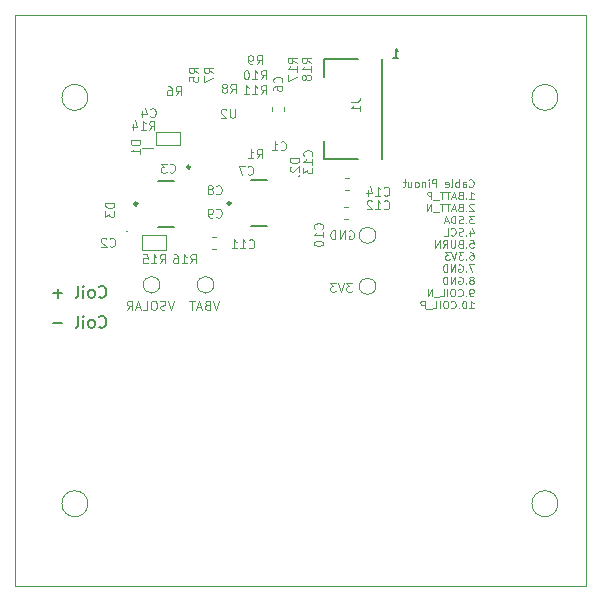
<source format=gbr>
%TF.GenerationSoftware,KiCad,Pcbnew,(5.1.4)-1*%
%TF.CreationDate,2019-12-19T17:33:09-07:00*%
%TF.ProjectId,SolarCellX_v3,536f6c61-7243-4656-9c6c-585f76332e6b,rev?*%
%TF.SameCoordinates,Original*%
%TF.FileFunction,Legend,Bot*%
%TF.FilePolarity,Positive*%
%FSLAX46Y46*%
G04 Gerber Fmt 4.6, Leading zero omitted, Abs format (unit mm)*
G04 Created by KiCad (PCBNEW (5.1.4)-1) date 2019-12-19 17:33:09*
%MOMM*%
%LPD*%
G04 APERTURE LIST*
%ADD10C,0.120000*%
%ADD11C,0.152400*%
%ADD12C,0.101600*%
%ADD13C,0.076200*%
%ADD14C,0.150000*%
%ADD15C,0.050000*%
%ADD16C,0.250000*%
%ADD17C,0.200000*%
%ADD18C,0.254000*%
%ADD19C,0.127000*%
G04 APERTURE END LIST*
D10*
X100761800Y-51282600D02*
X101676200Y-51282600D01*
D11*
X122053168Y-43651714D02*
X122488597Y-43651714D01*
X122270882Y-43651714D02*
X122270882Y-42889714D01*
X122343454Y-42998571D01*
X122416025Y-43071142D01*
X122488597Y-43107428D01*
D12*
X118570102Y-62701714D02*
X118098388Y-62701714D01*
X118352388Y-62992000D01*
X118243531Y-62992000D01*
X118170960Y-63028285D01*
X118134674Y-63064571D01*
X118098388Y-63137142D01*
X118098388Y-63318571D01*
X118134674Y-63391142D01*
X118170960Y-63427428D01*
X118243531Y-63463714D01*
X118461245Y-63463714D01*
X118533817Y-63427428D01*
X118570102Y-63391142D01*
X117880674Y-62701714D02*
X117626674Y-63463714D01*
X117372674Y-62701714D01*
X117191245Y-62701714D02*
X116719531Y-62701714D01*
X116973531Y-62992000D01*
X116864674Y-62992000D01*
X116792102Y-63028285D01*
X116755817Y-63064571D01*
X116719531Y-63137142D01*
X116719531Y-63318571D01*
X116755817Y-63391142D01*
X116792102Y-63427428D01*
X116864674Y-63463714D01*
X117082388Y-63463714D01*
X117154960Y-63427428D01*
X117191245Y-63391142D01*
X107303388Y-64225714D02*
X107049388Y-64987714D01*
X106795388Y-64225714D01*
X106287388Y-64588571D02*
X106178531Y-64624857D01*
X106142245Y-64661142D01*
X106105960Y-64733714D01*
X106105960Y-64842571D01*
X106142245Y-64915142D01*
X106178531Y-64951428D01*
X106251102Y-64987714D01*
X106541388Y-64987714D01*
X106541388Y-64225714D01*
X106287388Y-64225714D01*
X106214817Y-64262000D01*
X106178531Y-64298285D01*
X106142245Y-64370857D01*
X106142245Y-64443428D01*
X106178531Y-64516000D01*
X106214817Y-64552285D01*
X106287388Y-64588571D01*
X106541388Y-64588571D01*
X105815674Y-64770000D02*
X105452817Y-64770000D01*
X105888245Y-64987714D02*
X105634245Y-64225714D01*
X105380245Y-64987714D01*
X105235102Y-64225714D02*
X104799674Y-64225714D01*
X105017388Y-64987714D02*
X105017388Y-64225714D01*
X103493388Y-64225714D02*
X103239388Y-64987714D01*
X102985388Y-64225714D01*
X102767674Y-64951428D02*
X102658817Y-64987714D01*
X102477388Y-64987714D01*
X102404817Y-64951428D01*
X102368531Y-64915142D01*
X102332245Y-64842571D01*
X102332245Y-64770000D01*
X102368531Y-64697428D01*
X102404817Y-64661142D01*
X102477388Y-64624857D01*
X102622531Y-64588571D01*
X102695102Y-64552285D01*
X102731388Y-64516000D01*
X102767674Y-64443428D01*
X102767674Y-64370857D01*
X102731388Y-64298285D01*
X102695102Y-64262000D01*
X102622531Y-64225714D01*
X102441102Y-64225714D01*
X102332245Y-64262000D01*
X101860531Y-64225714D02*
X101715388Y-64225714D01*
X101642817Y-64262000D01*
X101570245Y-64334571D01*
X101533960Y-64479714D01*
X101533960Y-64733714D01*
X101570245Y-64878857D01*
X101642817Y-64951428D01*
X101715388Y-64987714D01*
X101860531Y-64987714D01*
X101933102Y-64951428D01*
X102005674Y-64878857D01*
X102041960Y-64733714D01*
X102041960Y-64479714D01*
X102005674Y-64334571D01*
X101933102Y-64262000D01*
X101860531Y-64225714D01*
X100844531Y-64987714D02*
X101207388Y-64987714D01*
X101207388Y-64225714D01*
X100626817Y-64770000D02*
X100263960Y-64770000D01*
X100699388Y-64987714D02*
X100445388Y-64225714D01*
X100191388Y-64987714D01*
X99501960Y-64987714D02*
X99755960Y-64624857D01*
X99937388Y-64987714D02*
X99937388Y-64225714D01*
X99647102Y-64225714D01*
X99574531Y-64262000D01*
X99538245Y-64298285D01*
X99501960Y-64370857D01*
X99501960Y-64479714D01*
X99538245Y-64552285D01*
X99574531Y-64588571D01*
X99647102Y-64624857D01*
X99937388Y-64624857D01*
X118316103Y-58293000D02*
X118388675Y-58256714D01*
X118497532Y-58256714D01*
X118606389Y-58293000D01*
X118678960Y-58365571D01*
X118715246Y-58438142D01*
X118751532Y-58583285D01*
X118751532Y-58692142D01*
X118715246Y-58837285D01*
X118678960Y-58909857D01*
X118606389Y-58982428D01*
X118497532Y-59018714D01*
X118424960Y-59018714D01*
X118316103Y-58982428D01*
X118279817Y-58946142D01*
X118279817Y-58692142D01*
X118424960Y-58692142D01*
X117953246Y-59018714D02*
X117953246Y-58256714D01*
X117517817Y-59018714D01*
X117517817Y-58256714D01*
X117154960Y-59018714D02*
X117154960Y-58256714D01*
X116973532Y-58256714D01*
X116864675Y-58293000D01*
X116792103Y-58365571D01*
X116755817Y-58438142D01*
X116719532Y-58583285D01*
X116719532Y-58692142D01*
X116755817Y-58837285D01*
X116792103Y-58909857D01*
X116864675Y-58982428D01*
X116973532Y-59018714D01*
X117154960Y-59018714D01*
D13*
X128468422Y-54519285D02*
X128498660Y-54549523D01*
X128589374Y-54579761D01*
X128649850Y-54579761D01*
X128740565Y-54549523D01*
X128801041Y-54489047D01*
X128831279Y-54428571D01*
X128861517Y-54307619D01*
X128861517Y-54216904D01*
X128831279Y-54095952D01*
X128801041Y-54035476D01*
X128740565Y-53975000D01*
X128649850Y-53944761D01*
X128589374Y-53944761D01*
X128498660Y-53975000D01*
X128468422Y-54005238D01*
X127924136Y-54579761D02*
X127924136Y-54247142D01*
X127954374Y-54186666D01*
X128014850Y-54156428D01*
X128135803Y-54156428D01*
X128196279Y-54186666D01*
X127924136Y-54549523D02*
X127984612Y-54579761D01*
X128135803Y-54579761D01*
X128196279Y-54549523D01*
X128226517Y-54489047D01*
X128226517Y-54428571D01*
X128196279Y-54368095D01*
X128135803Y-54337857D01*
X127984612Y-54337857D01*
X127924136Y-54307619D01*
X127621755Y-54579761D02*
X127621755Y-53944761D01*
X127621755Y-54186666D02*
X127561279Y-54156428D01*
X127440327Y-54156428D01*
X127379850Y-54186666D01*
X127349612Y-54216904D01*
X127319374Y-54277380D01*
X127319374Y-54458809D01*
X127349612Y-54519285D01*
X127379850Y-54549523D01*
X127440327Y-54579761D01*
X127561279Y-54579761D01*
X127621755Y-54549523D01*
X126956517Y-54579761D02*
X127016993Y-54549523D01*
X127047231Y-54489047D01*
X127047231Y-53944761D01*
X126472708Y-54549523D02*
X126533184Y-54579761D01*
X126654136Y-54579761D01*
X126714612Y-54549523D01*
X126744850Y-54489047D01*
X126744850Y-54247142D01*
X126714612Y-54186666D01*
X126654136Y-54156428D01*
X126533184Y-54156428D01*
X126472708Y-54186666D01*
X126442470Y-54247142D01*
X126442470Y-54307619D01*
X126744850Y-54368095D01*
X125686517Y-54579761D02*
X125686517Y-53944761D01*
X125444612Y-53944761D01*
X125384136Y-53975000D01*
X125353898Y-54005238D01*
X125323660Y-54065714D01*
X125323660Y-54156428D01*
X125353898Y-54216904D01*
X125384136Y-54247142D01*
X125444612Y-54277380D01*
X125686517Y-54277380D01*
X125051517Y-54579761D02*
X125051517Y-54156428D01*
X125051517Y-53944761D02*
X125081755Y-53975000D01*
X125051517Y-54005238D01*
X125021279Y-53975000D01*
X125051517Y-53944761D01*
X125051517Y-54005238D01*
X124749136Y-54156428D02*
X124749136Y-54579761D01*
X124749136Y-54216904D02*
X124718898Y-54186666D01*
X124658422Y-54156428D01*
X124567708Y-54156428D01*
X124507231Y-54186666D01*
X124476993Y-54247142D01*
X124476993Y-54579761D01*
X124083898Y-54579761D02*
X124144374Y-54549523D01*
X124174612Y-54519285D01*
X124204850Y-54458809D01*
X124204850Y-54277380D01*
X124174612Y-54216904D01*
X124144374Y-54186666D01*
X124083898Y-54156428D01*
X123993184Y-54156428D01*
X123932708Y-54186666D01*
X123902470Y-54216904D01*
X123872231Y-54277380D01*
X123872231Y-54458809D01*
X123902470Y-54519285D01*
X123932708Y-54549523D01*
X123993184Y-54579761D01*
X124083898Y-54579761D01*
X123327946Y-54156428D02*
X123327946Y-54579761D01*
X123600089Y-54156428D02*
X123600089Y-54489047D01*
X123569850Y-54549523D01*
X123509374Y-54579761D01*
X123418660Y-54579761D01*
X123358184Y-54549523D01*
X123327946Y-54519285D01*
X123116279Y-54156428D02*
X122874374Y-54156428D01*
X123025565Y-53944761D02*
X123025565Y-54489047D01*
X122995327Y-54549523D01*
X122934850Y-54579761D01*
X122874374Y-54579761D01*
X128498660Y-55608461D02*
X128861517Y-55608461D01*
X128680089Y-55608461D02*
X128680089Y-54973461D01*
X128740565Y-55064176D01*
X128801041Y-55124652D01*
X128861517Y-55154890D01*
X128226517Y-55547985D02*
X128196279Y-55578223D01*
X128226517Y-55608461D01*
X128256755Y-55578223D01*
X128226517Y-55547985D01*
X128226517Y-55608461D01*
X127712470Y-55275842D02*
X127621755Y-55306080D01*
X127591517Y-55336319D01*
X127561279Y-55396795D01*
X127561279Y-55487509D01*
X127591517Y-55547985D01*
X127621755Y-55578223D01*
X127682231Y-55608461D01*
X127924136Y-55608461D01*
X127924136Y-54973461D01*
X127712470Y-54973461D01*
X127651993Y-55003700D01*
X127621755Y-55033938D01*
X127591517Y-55094414D01*
X127591517Y-55154890D01*
X127621755Y-55215366D01*
X127651993Y-55245604D01*
X127712470Y-55275842D01*
X127924136Y-55275842D01*
X127319374Y-55427033D02*
X127016993Y-55427033D01*
X127379850Y-55608461D02*
X127168184Y-54973461D01*
X126956517Y-55608461D01*
X126835565Y-54973461D02*
X126472708Y-54973461D01*
X126654136Y-55608461D02*
X126654136Y-54973461D01*
X126351755Y-54973461D02*
X125988898Y-54973461D01*
X126170327Y-55608461D02*
X126170327Y-54973461D01*
X125928422Y-55668938D02*
X125444612Y-55668938D01*
X125293422Y-55608461D02*
X125293422Y-54973461D01*
X125051517Y-54973461D01*
X124991041Y-55003700D01*
X124960803Y-55033938D01*
X124930565Y-55094414D01*
X124930565Y-55185128D01*
X124960803Y-55245604D01*
X124991041Y-55275842D01*
X125051517Y-55306080D01*
X125293422Y-55306080D01*
X128861517Y-56062638D02*
X128831279Y-56032400D01*
X128770803Y-56002161D01*
X128619612Y-56002161D01*
X128559136Y-56032400D01*
X128528898Y-56062638D01*
X128498660Y-56123114D01*
X128498660Y-56183590D01*
X128528898Y-56274304D01*
X128891755Y-56637161D01*
X128498660Y-56637161D01*
X128226517Y-56576685D02*
X128196279Y-56606923D01*
X128226517Y-56637161D01*
X128256755Y-56606923D01*
X128226517Y-56576685D01*
X128226517Y-56637161D01*
X127712470Y-56304542D02*
X127621755Y-56334780D01*
X127591517Y-56365019D01*
X127561279Y-56425495D01*
X127561279Y-56516209D01*
X127591517Y-56576685D01*
X127621755Y-56606923D01*
X127682231Y-56637161D01*
X127924136Y-56637161D01*
X127924136Y-56002161D01*
X127712470Y-56002161D01*
X127651993Y-56032400D01*
X127621755Y-56062638D01*
X127591517Y-56123114D01*
X127591517Y-56183590D01*
X127621755Y-56244066D01*
X127651993Y-56274304D01*
X127712470Y-56304542D01*
X127924136Y-56304542D01*
X127319374Y-56455733D02*
X127016993Y-56455733D01*
X127379850Y-56637161D02*
X127168184Y-56002161D01*
X126956517Y-56637161D01*
X126835565Y-56002161D02*
X126472708Y-56002161D01*
X126654136Y-56637161D02*
X126654136Y-56002161D01*
X126351755Y-56002161D02*
X125988898Y-56002161D01*
X126170327Y-56637161D02*
X126170327Y-56002161D01*
X125928422Y-56697638D02*
X125444612Y-56697638D01*
X125293422Y-56637161D02*
X125293422Y-56002161D01*
X124930565Y-56637161D01*
X124930565Y-56002161D01*
X128891755Y-57030861D02*
X128498660Y-57030861D01*
X128710327Y-57272766D01*
X128619612Y-57272766D01*
X128559136Y-57303004D01*
X128528898Y-57333242D01*
X128498660Y-57393719D01*
X128498660Y-57544909D01*
X128528898Y-57605385D01*
X128559136Y-57635623D01*
X128619612Y-57665861D01*
X128801041Y-57665861D01*
X128861517Y-57635623D01*
X128891755Y-57605385D01*
X128226517Y-57605385D02*
X128196279Y-57635623D01*
X128226517Y-57665861D01*
X128256755Y-57635623D01*
X128226517Y-57605385D01*
X128226517Y-57665861D01*
X127954374Y-57635623D02*
X127863660Y-57665861D01*
X127712470Y-57665861D01*
X127651993Y-57635623D01*
X127621755Y-57605385D01*
X127591517Y-57544909D01*
X127591517Y-57484433D01*
X127621755Y-57423957D01*
X127651993Y-57393719D01*
X127712470Y-57363480D01*
X127833422Y-57333242D01*
X127893898Y-57303004D01*
X127924136Y-57272766D01*
X127954374Y-57212290D01*
X127954374Y-57151814D01*
X127924136Y-57091338D01*
X127893898Y-57061100D01*
X127833422Y-57030861D01*
X127682231Y-57030861D01*
X127591517Y-57061100D01*
X127319374Y-57665861D02*
X127319374Y-57030861D01*
X127168184Y-57030861D01*
X127077470Y-57061100D01*
X127016993Y-57121576D01*
X126986755Y-57182052D01*
X126956517Y-57303004D01*
X126956517Y-57393719D01*
X126986755Y-57514671D01*
X127016993Y-57575147D01*
X127077470Y-57635623D01*
X127168184Y-57665861D01*
X127319374Y-57665861D01*
X126714612Y-57484433D02*
X126412231Y-57484433D01*
X126775089Y-57665861D02*
X126563422Y-57030861D01*
X126351755Y-57665861D01*
X128559136Y-58271228D02*
X128559136Y-58694561D01*
X128710327Y-58029323D02*
X128861517Y-58482895D01*
X128468422Y-58482895D01*
X128226517Y-58634085D02*
X128196279Y-58664323D01*
X128226517Y-58694561D01*
X128256755Y-58664323D01*
X128226517Y-58634085D01*
X128226517Y-58694561D01*
X127954374Y-58664323D02*
X127863660Y-58694561D01*
X127712470Y-58694561D01*
X127651993Y-58664323D01*
X127621755Y-58634085D01*
X127591517Y-58573609D01*
X127591517Y-58513133D01*
X127621755Y-58452657D01*
X127651993Y-58422419D01*
X127712470Y-58392180D01*
X127833422Y-58361942D01*
X127893898Y-58331704D01*
X127924136Y-58301466D01*
X127954374Y-58240990D01*
X127954374Y-58180514D01*
X127924136Y-58120038D01*
X127893898Y-58089800D01*
X127833422Y-58059561D01*
X127682231Y-58059561D01*
X127591517Y-58089800D01*
X126956517Y-58634085D02*
X126986755Y-58664323D01*
X127077469Y-58694561D01*
X127137946Y-58694561D01*
X127228660Y-58664323D01*
X127289136Y-58603847D01*
X127319374Y-58543371D01*
X127349612Y-58422419D01*
X127349612Y-58331704D01*
X127319374Y-58210752D01*
X127289136Y-58150276D01*
X127228660Y-58089800D01*
X127137946Y-58059561D01*
X127077469Y-58059561D01*
X126986755Y-58089800D01*
X126956517Y-58120038D01*
X126381993Y-58694561D02*
X126684374Y-58694561D01*
X126684374Y-58059561D01*
X128528898Y-59088261D02*
X128831279Y-59088261D01*
X128861517Y-59390642D01*
X128831279Y-59360404D01*
X128770803Y-59330166D01*
X128619612Y-59330166D01*
X128559136Y-59360404D01*
X128528898Y-59390642D01*
X128498660Y-59451119D01*
X128498660Y-59602309D01*
X128528898Y-59662785D01*
X128559136Y-59693023D01*
X128619612Y-59723261D01*
X128770803Y-59723261D01*
X128831279Y-59693023D01*
X128861517Y-59662785D01*
X128226517Y-59662785D02*
X128196279Y-59693023D01*
X128226517Y-59723261D01*
X128256755Y-59693023D01*
X128226517Y-59662785D01*
X128226517Y-59723261D01*
X127712470Y-59390642D02*
X127621755Y-59420880D01*
X127591517Y-59451119D01*
X127561279Y-59511595D01*
X127561279Y-59602309D01*
X127591517Y-59662785D01*
X127621755Y-59693023D01*
X127682231Y-59723261D01*
X127924136Y-59723261D01*
X127924136Y-59088261D01*
X127712470Y-59088261D01*
X127651993Y-59118500D01*
X127621755Y-59148738D01*
X127591517Y-59209214D01*
X127591517Y-59269690D01*
X127621755Y-59330166D01*
X127651993Y-59360404D01*
X127712470Y-59390642D01*
X127924136Y-59390642D01*
X127289136Y-59088261D02*
X127289136Y-59602309D01*
X127258898Y-59662785D01*
X127228660Y-59693023D01*
X127168184Y-59723261D01*
X127047231Y-59723261D01*
X126986755Y-59693023D01*
X126956517Y-59662785D01*
X126926279Y-59602309D01*
X126926279Y-59088261D01*
X126261041Y-59723261D02*
X126472708Y-59420880D01*
X126623898Y-59723261D02*
X126623898Y-59088261D01*
X126381993Y-59088261D01*
X126321517Y-59118500D01*
X126291279Y-59148738D01*
X126261041Y-59209214D01*
X126261041Y-59299928D01*
X126291279Y-59360404D01*
X126321517Y-59390642D01*
X126381993Y-59420880D01*
X126623898Y-59420880D01*
X125988898Y-59723261D02*
X125988898Y-59088261D01*
X125626041Y-59723261D01*
X125626041Y-59088261D01*
X128559136Y-60116961D02*
X128680089Y-60116961D01*
X128740565Y-60147200D01*
X128770803Y-60177438D01*
X128831279Y-60268152D01*
X128861517Y-60389104D01*
X128861517Y-60631009D01*
X128831279Y-60691485D01*
X128801041Y-60721723D01*
X128740565Y-60751961D01*
X128619612Y-60751961D01*
X128559136Y-60721723D01*
X128528898Y-60691485D01*
X128498660Y-60631009D01*
X128498660Y-60479819D01*
X128528898Y-60419342D01*
X128559136Y-60389104D01*
X128619612Y-60358866D01*
X128740565Y-60358866D01*
X128801041Y-60389104D01*
X128831279Y-60419342D01*
X128861517Y-60479819D01*
X128226517Y-60691485D02*
X128196279Y-60721723D01*
X128226517Y-60751961D01*
X128256755Y-60721723D01*
X128226517Y-60691485D01*
X128226517Y-60751961D01*
X127984612Y-60116961D02*
X127591517Y-60116961D01*
X127803184Y-60358866D01*
X127712470Y-60358866D01*
X127651993Y-60389104D01*
X127621755Y-60419342D01*
X127591517Y-60479819D01*
X127591517Y-60631009D01*
X127621755Y-60691485D01*
X127651993Y-60721723D01*
X127712470Y-60751961D01*
X127893898Y-60751961D01*
X127954374Y-60721723D01*
X127984612Y-60691485D01*
X127410089Y-60116961D02*
X127198422Y-60751961D01*
X126986755Y-60116961D01*
X126835565Y-60116961D02*
X126442469Y-60116961D01*
X126654136Y-60358866D01*
X126563422Y-60358866D01*
X126502946Y-60389104D01*
X126472708Y-60419342D01*
X126442469Y-60479819D01*
X126442469Y-60631009D01*
X126472708Y-60691485D01*
X126502946Y-60721723D01*
X126563422Y-60751961D01*
X126744850Y-60751961D01*
X126805327Y-60721723D01*
X126835565Y-60691485D01*
X128891755Y-61145661D02*
X128468422Y-61145661D01*
X128740565Y-61780661D01*
X128226517Y-61720185D02*
X128196279Y-61750423D01*
X128226517Y-61780661D01*
X128256755Y-61750423D01*
X128226517Y-61720185D01*
X128226517Y-61780661D01*
X127591517Y-61175900D02*
X127651993Y-61145661D01*
X127742708Y-61145661D01*
X127833422Y-61175900D01*
X127893898Y-61236376D01*
X127924136Y-61296852D01*
X127954374Y-61417804D01*
X127954374Y-61508519D01*
X127924136Y-61629471D01*
X127893898Y-61689947D01*
X127833422Y-61750423D01*
X127742708Y-61780661D01*
X127682231Y-61780661D01*
X127591517Y-61750423D01*
X127561279Y-61720185D01*
X127561279Y-61508519D01*
X127682231Y-61508519D01*
X127289136Y-61780661D02*
X127289136Y-61145661D01*
X126926279Y-61780661D01*
X126926279Y-61145661D01*
X126623898Y-61780661D02*
X126623898Y-61145661D01*
X126472708Y-61145661D01*
X126381993Y-61175900D01*
X126321517Y-61236376D01*
X126291279Y-61296852D01*
X126261041Y-61417804D01*
X126261041Y-61508519D01*
X126291279Y-61629471D01*
X126321517Y-61689947D01*
X126381993Y-61750423D01*
X126472708Y-61780661D01*
X126623898Y-61780661D01*
X128740565Y-62446504D02*
X128801041Y-62416266D01*
X128831279Y-62386028D01*
X128861517Y-62325552D01*
X128861517Y-62295314D01*
X128831279Y-62234838D01*
X128801041Y-62204600D01*
X128740565Y-62174361D01*
X128619612Y-62174361D01*
X128559136Y-62204600D01*
X128528898Y-62234838D01*
X128498660Y-62295314D01*
X128498660Y-62325552D01*
X128528898Y-62386028D01*
X128559136Y-62416266D01*
X128619612Y-62446504D01*
X128740565Y-62446504D01*
X128801041Y-62476742D01*
X128831279Y-62506980D01*
X128861517Y-62567457D01*
X128861517Y-62688409D01*
X128831279Y-62748885D01*
X128801041Y-62779123D01*
X128740565Y-62809361D01*
X128619612Y-62809361D01*
X128559136Y-62779123D01*
X128528898Y-62748885D01*
X128498660Y-62688409D01*
X128498660Y-62567457D01*
X128528898Y-62506980D01*
X128559136Y-62476742D01*
X128619612Y-62446504D01*
X128226517Y-62748885D02*
X128196279Y-62779123D01*
X128226517Y-62809361D01*
X128256755Y-62779123D01*
X128226517Y-62748885D01*
X128226517Y-62809361D01*
X127591517Y-62204600D02*
X127651993Y-62174361D01*
X127742708Y-62174361D01*
X127833422Y-62204600D01*
X127893898Y-62265076D01*
X127924136Y-62325552D01*
X127954374Y-62446504D01*
X127954374Y-62537219D01*
X127924136Y-62658171D01*
X127893898Y-62718647D01*
X127833422Y-62779123D01*
X127742708Y-62809361D01*
X127682231Y-62809361D01*
X127591517Y-62779123D01*
X127561279Y-62748885D01*
X127561279Y-62537219D01*
X127682231Y-62537219D01*
X127289136Y-62809361D02*
X127289136Y-62174361D01*
X126926279Y-62809361D01*
X126926279Y-62174361D01*
X126623898Y-62809361D02*
X126623898Y-62174361D01*
X126472708Y-62174361D01*
X126381993Y-62204600D01*
X126321517Y-62265076D01*
X126291279Y-62325552D01*
X126261041Y-62446504D01*
X126261041Y-62537219D01*
X126291279Y-62658171D01*
X126321517Y-62718647D01*
X126381993Y-62779123D01*
X126472708Y-62809361D01*
X126623898Y-62809361D01*
X128801041Y-63838061D02*
X128680089Y-63838061D01*
X128619612Y-63807823D01*
X128589374Y-63777585D01*
X128528898Y-63686871D01*
X128498660Y-63565919D01*
X128498660Y-63324014D01*
X128528898Y-63263538D01*
X128559136Y-63233300D01*
X128619612Y-63203061D01*
X128740565Y-63203061D01*
X128801041Y-63233300D01*
X128831279Y-63263538D01*
X128861517Y-63324014D01*
X128861517Y-63475204D01*
X128831279Y-63535680D01*
X128801041Y-63565919D01*
X128740565Y-63596157D01*
X128619612Y-63596157D01*
X128559136Y-63565919D01*
X128528898Y-63535680D01*
X128498660Y-63475204D01*
X128226517Y-63777585D02*
X128196279Y-63807823D01*
X128226517Y-63838061D01*
X128256755Y-63807823D01*
X128226517Y-63777585D01*
X128226517Y-63838061D01*
X127561279Y-63777585D02*
X127591517Y-63807823D01*
X127682231Y-63838061D01*
X127742708Y-63838061D01*
X127833422Y-63807823D01*
X127893898Y-63747347D01*
X127924136Y-63686871D01*
X127954374Y-63565919D01*
X127954374Y-63475204D01*
X127924136Y-63354252D01*
X127893898Y-63293776D01*
X127833422Y-63233300D01*
X127742708Y-63203061D01*
X127682231Y-63203061D01*
X127591517Y-63233300D01*
X127561279Y-63263538D01*
X127168184Y-63203061D02*
X127047231Y-63203061D01*
X126986755Y-63233300D01*
X126926279Y-63293776D01*
X126896041Y-63414728D01*
X126896041Y-63626395D01*
X126926279Y-63747347D01*
X126986755Y-63807823D01*
X127047231Y-63838061D01*
X127168184Y-63838061D01*
X127228660Y-63807823D01*
X127289136Y-63747347D01*
X127319374Y-63626395D01*
X127319374Y-63414728D01*
X127289136Y-63293776D01*
X127228660Y-63233300D01*
X127168184Y-63203061D01*
X126623898Y-63838061D02*
X126623898Y-63203061D01*
X126019136Y-63838061D02*
X126321517Y-63838061D01*
X126321517Y-63203061D01*
X125958660Y-63898538D02*
X125474850Y-63898538D01*
X125323660Y-63838061D02*
X125323660Y-63203061D01*
X124960803Y-63838061D01*
X124960803Y-63203061D01*
X128498660Y-64866761D02*
X128861517Y-64866761D01*
X128680089Y-64866761D02*
X128680089Y-64231761D01*
X128740565Y-64322476D01*
X128801041Y-64382952D01*
X128861517Y-64413190D01*
X128105565Y-64231761D02*
X128045089Y-64231761D01*
X127984612Y-64262000D01*
X127954374Y-64292238D01*
X127924136Y-64352714D01*
X127893898Y-64473666D01*
X127893898Y-64624857D01*
X127924136Y-64745809D01*
X127954374Y-64806285D01*
X127984612Y-64836523D01*
X128045089Y-64866761D01*
X128105565Y-64866761D01*
X128166041Y-64836523D01*
X128196279Y-64806285D01*
X128226517Y-64745809D01*
X128256755Y-64624857D01*
X128256755Y-64473666D01*
X128226517Y-64352714D01*
X128196279Y-64292238D01*
X128166041Y-64262000D01*
X128105565Y-64231761D01*
X127621755Y-64806285D02*
X127591517Y-64836523D01*
X127621755Y-64866761D01*
X127651993Y-64836523D01*
X127621755Y-64806285D01*
X127621755Y-64866761D01*
X126956517Y-64806285D02*
X126986755Y-64836523D01*
X127077470Y-64866761D01*
X127137946Y-64866761D01*
X127228660Y-64836523D01*
X127289136Y-64776047D01*
X127319374Y-64715571D01*
X127349612Y-64594619D01*
X127349612Y-64503904D01*
X127319374Y-64382952D01*
X127289136Y-64322476D01*
X127228660Y-64262000D01*
X127137946Y-64231761D01*
X127077470Y-64231761D01*
X126986755Y-64262000D01*
X126956517Y-64292238D01*
X126563422Y-64231761D02*
X126442470Y-64231761D01*
X126381993Y-64262000D01*
X126321517Y-64322476D01*
X126291279Y-64443428D01*
X126291279Y-64655095D01*
X126321517Y-64776047D01*
X126381993Y-64836523D01*
X126442470Y-64866761D01*
X126563422Y-64866761D01*
X126623898Y-64836523D01*
X126684374Y-64776047D01*
X126714612Y-64655095D01*
X126714612Y-64443428D01*
X126684374Y-64322476D01*
X126623898Y-64262000D01*
X126563422Y-64231761D01*
X126019136Y-64866761D02*
X126019136Y-64231761D01*
X125414374Y-64866761D02*
X125716755Y-64866761D01*
X125716755Y-64231761D01*
X125353898Y-64927238D02*
X124870089Y-64927238D01*
X124718898Y-64866761D02*
X124718898Y-64231761D01*
X124476993Y-64231761D01*
X124416517Y-64262000D01*
X124386279Y-64292238D01*
X124356041Y-64352714D01*
X124356041Y-64443428D01*
X124386279Y-64503904D01*
X124416517Y-64534142D01*
X124476993Y-64564380D01*
X124718898Y-64564380D01*
D10*
X104013000Y-51054000D02*
X101981000Y-51054000D01*
X104013000Y-49911000D02*
X104013000Y-51054000D01*
X101981000Y-49911000D02*
X104013000Y-49911000D01*
X101981000Y-51054000D02*
X101981000Y-49911000D01*
X102806500Y-59880500D02*
X100774500Y-59880500D01*
X102806500Y-58674000D02*
X102806500Y-59880500D01*
X100774500Y-58674000D02*
X102806500Y-58674000D01*
X100774500Y-59880500D02*
X100774500Y-58674000D01*
D14*
X97146857Y-66397142D02*
X97194476Y-66444761D01*
X97337333Y-66492380D01*
X97432571Y-66492380D01*
X97575428Y-66444761D01*
X97670666Y-66349523D01*
X97718285Y-66254285D01*
X97765904Y-66063809D01*
X97765904Y-65920952D01*
X97718285Y-65730476D01*
X97670666Y-65635238D01*
X97575428Y-65540000D01*
X97432571Y-65492380D01*
X97337333Y-65492380D01*
X97194476Y-65540000D01*
X97146857Y-65587619D01*
X96575428Y-66492380D02*
X96670666Y-66444761D01*
X96718285Y-66397142D01*
X96765904Y-66301904D01*
X96765904Y-66016190D01*
X96718285Y-65920952D01*
X96670666Y-65873333D01*
X96575428Y-65825714D01*
X96432571Y-65825714D01*
X96337333Y-65873333D01*
X96289714Y-65920952D01*
X96242095Y-66016190D01*
X96242095Y-66301904D01*
X96289714Y-66397142D01*
X96337333Y-66444761D01*
X96432571Y-66492380D01*
X96575428Y-66492380D01*
X95813523Y-66492380D02*
X95813523Y-65825714D01*
X95813523Y-65492380D02*
X95861142Y-65540000D01*
X95813523Y-65587619D01*
X95765904Y-65540000D01*
X95813523Y-65492380D01*
X95813523Y-65587619D01*
X95194476Y-66492380D02*
X95289714Y-66444761D01*
X95337333Y-66349523D01*
X95337333Y-65492380D01*
X94051619Y-66111428D02*
X93289714Y-66111428D01*
X97146857Y-63857142D02*
X97194476Y-63904761D01*
X97337333Y-63952380D01*
X97432571Y-63952380D01*
X97575428Y-63904761D01*
X97670666Y-63809523D01*
X97718285Y-63714285D01*
X97765904Y-63523809D01*
X97765904Y-63380952D01*
X97718285Y-63190476D01*
X97670666Y-63095238D01*
X97575428Y-63000000D01*
X97432571Y-62952380D01*
X97337333Y-62952380D01*
X97194476Y-63000000D01*
X97146857Y-63047619D01*
X96575428Y-63952380D02*
X96670666Y-63904761D01*
X96718285Y-63857142D01*
X96765904Y-63761904D01*
X96765904Y-63476190D01*
X96718285Y-63380952D01*
X96670666Y-63333333D01*
X96575428Y-63285714D01*
X96432571Y-63285714D01*
X96337333Y-63333333D01*
X96289714Y-63380952D01*
X96242095Y-63476190D01*
X96242095Y-63761904D01*
X96289714Y-63857142D01*
X96337333Y-63904761D01*
X96432571Y-63952380D01*
X96575428Y-63952380D01*
X95813523Y-63952380D02*
X95813523Y-63285714D01*
X95813523Y-62952380D02*
X95861142Y-63000000D01*
X95813523Y-63047619D01*
X95765904Y-63000000D01*
X95813523Y-62952380D01*
X95813523Y-63047619D01*
X95194476Y-63952380D02*
X95289714Y-63904761D01*
X95337333Y-63809523D01*
X95337333Y-62952380D01*
X94051619Y-63571428D02*
X93289714Y-63571428D01*
X93670666Y-63952380D02*
X93670666Y-63190476D01*
D15*
X96200000Y-47000000D02*
G75*
G03X96200000Y-47000000I-1100000J0D01*
G01*
X96200000Y-81400000D02*
G75*
G03X96200000Y-81400000I-1100000J0D01*
G01*
X136000000Y-81400000D02*
G75*
G03X136000000Y-81400000I-1100000J0D01*
G01*
X136000000Y-47000000D02*
G75*
G03X136000000Y-47000000I-1100000J0D01*
G01*
X90000000Y-88400000D02*
X138400000Y-88400000D01*
X90000000Y-88400000D02*
X90000000Y-40000000D01*
X138400000Y-40000000D02*
X138400000Y-88400000D01*
X90000000Y-40000000D02*
X138400000Y-40000000D01*
D10*
X102300000Y-62865000D02*
G75*
G03X102300000Y-62865000I-700000J0D01*
G01*
X106872000Y-62865000D02*
G75*
G03X106872000Y-62865000I-700000J0D01*
G01*
X120588000Y-58674000D02*
G75*
G03X120588000Y-58674000I-700000J0D01*
G01*
X120588000Y-62992000D02*
G75*
G03X120588000Y-62992000I-700000J0D01*
G01*
X111758000Y-47843221D02*
X111758000Y-48168779D01*
X112778000Y-47843221D02*
X112778000Y-48168779D01*
X118010721Y-53846000D02*
X118336279Y-53846000D01*
X118010721Y-54866000D02*
X118336279Y-54866000D01*
D16*
X104868660Y-52894656D02*
G75*
G03X104868660Y-52894656I-125000J0D01*
G01*
D17*
X99549500Y-58346000D02*
G75*
G03X99549500Y-58346000I-19000J0D01*
G01*
X114102500Y-53668000D02*
G75*
G03X114102500Y-53668000I-19000J0D01*
G01*
X121085000Y-43756000D02*
X121085000Y-52256000D01*
X116205000Y-43756000D02*
X119055000Y-43756000D01*
X116205000Y-52256000D02*
X119055000Y-52256000D01*
X116205000Y-43756000D02*
X116205000Y-45306000D01*
X116205000Y-52256000D02*
X116205000Y-50706000D01*
D10*
X117883721Y-56259000D02*
X118209279Y-56259000D01*
X117883721Y-57279000D02*
X118209279Y-57279000D01*
D18*
X108282740Y-55973980D02*
G75*
G03X108282740Y-55973980I-127000J0D01*
G01*
D19*
X111375190Y-57923430D02*
X110016290Y-57923430D01*
X110016290Y-54024530D02*
X111375190Y-54024530D01*
D18*
X100393500Y-56007000D02*
G75*
G03X100393500Y-56007000I-127000J0D01*
G01*
D19*
X103485950Y-57956450D02*
X102127050Y-57956450D01*
X102127050Y-54057550D02*
X103485950Y-54057550D01*
D10*
X106707721Y-58799000D02*
X107033279Y-58799000D01*
X106707721Y-59819000D02*
X107033279Y-59819000D01*
D12*
X112603642Y-45720000D02*
X112639928Y-45683714D01*
X112676214Y-45574857D01*
X112676214Y-45502285D01*
X112639928Y-45393428D01*
X112567357Y-45320857D01*
X112494785Y-45284571D01*
X112349642Y-45248285D01*
X112240785Y-45248285D01*
X112095642Y-45284571D01*
X112023071Y-45320857D01*
X111950500Y-45393428D01*
X111914214Y-45502285D01*
X111914214Y-45574857D01*
X111950500Y-45683714D01*
X111986785Y-45720000D01*
X111914214Y-46373142D02*
X111914214Y-46228000D01*
X111950500Y-46155428D01*
X111986785Y-46119142D01*
X112095642Y-46046571D01*
X112240785Y-46010285D01*
X112531071Y-46010285D01*
X112603642Y-46046571D01*
X112639928Y-46082857D01*
X112676214Y-46155428D01*
X112676214Y-46300571D01*
X112639928Y-46373142D01*
X112603642Y-46409428D01*
X112531071Y-46445714D01*
X112349642Y-46445714D01*
X112277071Y-46409428D01*
X112240785Y-46373142D01*
X112204500Y-46300571D01*
X112204500Y-46155428D01*
X112240785Y-46082857D01*
X112277071Y-46046571D01*
X112349642Y-46010285D01*
X107061000Y-57104642D02*
X107097285Y-57140928D01*
X107206142Y-57177214D01*
X107278714Y-57177214D01*
X107387571Y-57140928D01*
X107460142Y-57068357D01*
X107496428Y-56995785D01*
X107532714Y-56850642D01*
X107532714Y-56741785D01*
X107496428Y-56596642D01*
X107460142Y-56524071D01*
X107387571Y-56451500D01*
X107278714Y-56415214D01*
X107206142Y-56415214D01*
X107097285Y-56451500D01*
X107061000Y-56487785D01*
X106698142Y-57177214D02*
X106553000Y-57177214D01*
X106480428Y-57140928D01*
X106444142Y-57104642D01*
X106371571Y-56995785D01*
X106335285Y-56850642D01*
X106335285Y-56560357D01*
X106371571Y-56487785D01*
X106407857Y-56451500D01*
X106480428Y-56415214D01*
X106625571Y-56415214D01*
X106698142Y-56451500D01*
X106734428Y-56487785D01*
X106770714Y-56560357D01*
X106770714Y-56741785D01*
X106734428Y-56814357D01*
X106698142Y-56850642D01*
X106625571Y-56886928D01*
X106480428Y-56886928D01*
X106407857Y-56850642D01*
X106371571Y-56814357D01*
X106335285Y-56741785D01*
X121266857Y-55263142D02*
X121303142Y-55299428D01*
X121412000Y-55335714D01*
X121484571Y-55335714D01*
X121593428Y-55299428D01*
X121666000Y-55226857D01*
X121702285Y-55154285D01*
X121738571Y-55009142D01*
X121738571Y-54900285D01*
X121702285Y-54755142D01*
X121666000Y-54682571D01*
X121593428Y-54610000D01*
X121484571Y-54573714D01*
X121412000Y-54573714D01*
X121303142Y-54610000D01*
X121266857Y-54646285D01*
X120541142Y-55335714D02*
X120976571Y-55335714D01*
X120758857Y-55335714D02*
X120758857Y-54573714D01*
X120831428Y-54682571D01*
X120904000Y-54755142D01*
X120976571Y-54791428D01*
X119888000Y-54827714D02*
X119888000Y-55335714D01*
X120069428Y-54537428D02*
X120250857Y-55081714D01*
X119779142Y-55081714D01*
X100611214Y-50634174D02*
X99849214Y-50634174D01*
X99849214Y-50815602D01*
X99885500Y-50924460D01*
X99958071Y-50997031D01*
X100030642Y-51033317D01*
X100175785Y-51069602D01*
X100284642Y-51069602D01*
X100429785Y-51033317D01*
X100502357Y-50997031D01*
X100574928Y-50924460D01*
X100611214Y-50815602D01*
X100611214Y-50634174D01*
X100611214Y-51795317D02*
X100611214Y-51359888D01*
X100611214Y-51577602D02*
X99849214Y-51577602D01*
X99958071Y-51505031D01*
X100030642Y-51432460D01*
X100066928Y-51359888D01*
X108657571Y-47969714D02*
X108657571Y-48586571D01*
X108621285Y-48659142D01*
X108585000Y-48695428D01*
X108512428Y-48731714D01*
X108367285Y-48731714D01*
X108294714Y-48695428D01*
X108258428Y-48659142D01*
X108222142Y-48586571D01*
X108222142Y-47969714D01*
X107895571Y-48042285D02*
X107859285Y-48006000D01*
X107786714Y-47969714D01*
X107605285Y-47969714D01*
X107532714Y-48006000D01*
X107496428Y-48042285D01*
X107460142Y-48114857D01*
X107460142Y-48187428D01*
X107496428Y-48296285D01*
X107931857Y-48731714D01*
X107460142Y-48731714D01*
X98452214Y-55952571D02*
X97690214Y-55952571D01*
X97690214Y-56134000D01*
X97726500Y-56242857D01*
X97799071Y-56315428D01*
X97871642Y-56351714D01*
X98016785Y-56388000D01*
X98125642Y-56388000D01*
X98270785Y-56351714D01*
X98343357Y-56315428D01*
X98415928Y-56242857D01*
X98452214Y-56134000D01*
X98452214Y-55952571D01*
X97690214Y-56642000D02*
X97690214Y-57113714D01*
X97980500Y-56859714D01*
X97980500Y-56968571D01*
X98016785Y-57041142D01*
X98053071Y-57077428D01*
X98125642Y-57113714D01*
X98307071Y-57113714D01*
X98379642Y-57077428D01*
X98415928Y-57041142D01*
X98452214Y-56968571D01*
X98452214Y-56750857D01*
X98415928Y-56678285D01*
X98379642Y-56642000D01*
X114073214Y-52142571D02*
X113311214Y-52142571D01*
X113311214Y-52324000D01*
X113347500Y-52432857D01*
X113420071Y-52505428D01*
X113492642Y-52541714D01*
X113637785Y-52578000D01*
X113746642Y-52578000D01*
X113891785Y-52541714D01*
X113964357Y-52505428D01*
X114036928Y-52432857D01*
X114073214Y-52324000D01*
X114073214Y-52142571D01*
X113383785Y-52868285D02*
X113347500Y-52904571D01*
X113311214Y-52977142D01*
X113311214Y-53158571D01*
X113347500Y-53231142D01*
X113383785Y-53267428D01*
X113456357Y-53303714D01*
X113528928Y-53303714D01*
X113637785Y-53267428D01*
X114073214Y-52832000D01*
X114073214Y-53303714D01*
X103632000Y-46826714D02*
X103886000Y-46463857D01*
X104067428Y-46826714D02*
X104067428Y-46064714D01*
X103777142Y-46064714D01*
X103704571Y-46101000D01*
X103668285Y-46137285D01*
X103632000Y-46209857D01*
X103632000Y-46318714D01*
X103668285Y-46391285D01*
X103704571Y-46427571D01*
X103777142Y-46463857D01*
X104067428Y-46463857D01*
X102978857Y-46064714D02*
X103124000Y-46064714D01*
X103196571Y-46101000D01*
X103232857Y-46137285D01*
X103305428Y-46246142D01*
X103341714Y-46391285D01*
X103341714Y-46681571D01*
X103305428Y-46754142D01*
X103269142Y-46790428D01*
X103196571Y-46826714D01*
X103051428Y-46826714D01*
X102978857Y-46790428D01*
X102942571Y-46754142D01*
X102906285Y-46681571D01*
X102906285Y-46500142D01*
X102942571Y-46427571D01*
X102978857Y-46391285D01*
X103051428Y-46355000D01*
X103196571Y-46355000D01*
X103269142Y-46391285D01*
X103305428Y-46427571D01*
X103341714Y-46500142D01*
X105564214Y-44958000D02*
X105201357Y-44704000D01*
X105564214Y-44522571D02*
X104802214Y-44522571D01*
X104802214Y-44812857D01*
X104838500Y-44885428D01*
X104874785Y-44921714D01*
X104947357Y-44958000D01*
X105056214Y-44958000D01*
X105128785Y-44921714D01*
X105165071Y-44885428D01*
X105201357Y-44812857D01*
X105201357Y-44522571D01*
X104802214Y-45647428D02*
X104802214Y-45284571D01*
X105165071Y-45248285D01*
X105128785Y-45284571D01*
X105092500Y-45357142D01*
X105092500Y-45538571D01*
X105128785Y-45611142D01*
X105165071Y-45647428D01*
X105237642Y-45683714D01*
X105419071Y-45683714D01*
X105491642Y-45647428D01*
X105527928Y-45611142D01*
X105564214Y-45538571D01*
X105564214Y-45357142D01*
X105527928Y-45284571D01*
X105491642Y-45248285D01*
X104883857Y-61050714D02*
X105137857Y-60687857D01*
X105319285Y-61050714D02*
X105319285Y-60288714D01*
X105029000Y-60288714D01*
X104956428Y-60325000D01*
X104920142Y-60361285D01*
X104883857Y-60433857D01*
X104883857Y-60542714D01*
X104920142Y-60615285D01*
X104956428Y-60651571D01*
X105029000Y-60687857D01*
X105319285Y-60687857D01*
X104158142Y-61050714D02*
X104593571Y-61050714D01*
X104375857Y-61050714D02*
X104375857Y-60288714D01*
X104448428Y-60397571D01*
X104521000Y-60470142D01*
X104593571Y-60506428D01*
X103505000Y-60288714D02*
X103650142Y-60288714D01*
X103722714Y-60325000D01*
X103759000Y-60361285D01*
X103831571Y-60470142D01*
X103867857Y-60615285D01*
X103867857Y-60905571D01*
X103831571Y-60978142D01*
X103795285Y-61014428D01*
X103722714Y-61050714D01*
X103577571Y-61050714D01*
X103505000Y-61014428D01*
X103468714Y-60978142D01*
X103432428Y-60905571D01*
X103432428Y-60724142D01*
X103468714Y-60651571D01*
X103505000Y-60615285D01*
X103577571Y-60579000D01*
X103722714Y-60579000D01*
X103795285Y-60615285D01*
X103831571Y-60651571D01*
X103867857Y-60724142D01*
X107061000Y-55136142D02*
X107097285Y-55172428D01*
X107206142Y-55208714D01*
X107278714Y-55208714D01*
X107387571Y-55172428D01*
X107460142Y-55099857D01*
X107496428Y-55027285D01*
X107532714Y-54882142D01*
X107532714Y-54773285D01*
X107496428Y-54628142D01*
X107460142Y-54555571D01*
X107387571Y-54483000D01*
X107278714Y-54446714D01*
X107206142Y-54446714D01*
X107097285Y-54483000D01*
X107061000Y-54519285D01*
X106625571Y-54773285D02*
X106698142Y-54737000D01*
X106734428Y-54700714D01*
X106770714Y-54628142D01*
X106770714Y-54591857D01*
X106734428Y-54519285D01*
X106698142Y-54483000D01*
X106625571Y-54446714D01*
X106480428Y-54446714D01*
X106407857Y-54483000D01*
X106371571Y-54519285D01*
X106335285Y-54591857D01*
X106335285Y-54628142D01*
X106371571Y-54700714D01*
X106407857Y-54737000D01*
X106480428Y-54773285D01*
X106625571Y-54773285D01*
X106698142Y-54809571D01*
X106734428Y-54845857D01*
X106770714Y-54918428D01*
X106770714Y-55063571D01*
X106734428Y-55136142D01*
X106698142Y-55172428D01*
X106625571Y-55208714D01*
X106480428Y-55208714D01*
X106407857Y-55172428D01*
X106371571Y-55136142D01*
X106335285Y-55063571D01*
X106335285Y-54918428D01*
X106371571Y-54845857D01*
X106407857Y-54809571D01*
X106480428Y-54773285D01*
X118471754Y-47380140D02*
X119016040Y-47380140D01*
X119124897Y-47343854D01*
X119197468Y-47271282D01*
X119233754Y-47162425D01*
X119233754Y-47089854D01*
X119233754Y-48142140D02*
X119233754Y-47706711D01*
X119233754Y-47924425D02*
X118471754Y-47924425D01*
X118580611Y-47851854D01*
X118653182Y-47779282D01*
X118689468Y-47706711D01*
X121266857Y-56406142D02*
X121303142Y-56442428D01*
X121412000Y-56478714D01*
X121484571Y-56478714D01*
X121593428Y-56442428D01*
X121666000Y-56369857D01*
X121702285Y-56297285D01*
X121738571Y-56152142D01*
X121738571Y-56043285D01*
X121702285Y-55898142D01*
X121666000Y-55825571D01*
X121593428Y-55753000D01*
X121484571Y-55716714D01*
X121412000Y-55716714D01*
X121303142Y-55753000D01*
X121266857Y-55789285D01*
X120541142Y-56478714D02*
X120976571Y-56478714D01*
X120758857Y-56478714D02*
X120758857Y-55716714D01*
X120831428Y-55825571D01*
X120904000Y-55898142D01*
X120976571Y-55934428D01*
X120250857Y-55789285D02*
X120214571Y-55753000D01*
X120142000Y-55716714D01*
X119960571Y-55716714D01*
X119888000Y-55753000D01*
X119851714Y-55789285D01*
X119815428Y-55861857D01*
X119815428Y-55934428D01*
X119851714Y-56043285D01*
X120287142Y-56478714D01*
X119815428Y-56478714D01*
X115143642Y-51961142D02*
X115179928Y-51924857D01*
X115216214Y-51816000D01*
X115216214Y-51743428D01*
X115179928Y-51634571D01*
X115107357Y-51562000D01*
X115034785Y-51525714D01*
X114889642Y-51489428D01*
X114780785Y-51489428D01*
X114635642Y-51525714D01*
X114563071Y-51562000D01*
X114490500Y-51634571D01*
X114454214Y-51743428D01*
X114454214Y-51816000D01*
X114490500Y-51924857D01*
X114526785Y-51961142D01*
X115216214Y-52686857D02*
X115216214Y-52251428D01*
X115216214Y-52469142D02*
X114454214Y-52469142D01*
X114563071Y-52396571D01*
X114635642Y-52324000D01*
X114671928Y-52251428D01*
X114454214Y-52940857D02*
X114454214Y-53412571D01*
X114744500Y-53158571D01*
X114744500Y-53267428D01*
X114780785Y-53340000D01*
X114817071Y-53376285D01*
X114889642Y-53412571D01*
X115071071Y-53412571D01*
X115143642Y-53376285D01*
X115179928Y-53340000D01*
X115216214Y-53267428D01*
X115216214Y-53049714D01*
X115179928Y-52977142D01*
X115143642Y-52940857D01*
X106834214Y-44958000D02*
X106471357Y-44704000D01*
X106834214Y-44522571D02*
X106072214Y-44522571D01*
X106072214Y-44812857D01*
X106108500Y-44885428D01*
X106144785Y-44921714D01*
X106217357Y-44958000D01*
X106326214Y-44958000D01*
X106398785Y-44921714D01*
X106435071Y-44885428D01*
X106471357Y-44812857D01*
X106471357Y-44522571D01*
X106072214Y-45212000D02*
X106072214Y-45720000D01*
X106834214Y-45393428D01*
X110852857Y-46736214D02*
X111106857Y-46373357D01*
X111288285Y-46736214D02*
X111288285Y-45974214D01*
X110998000Y-45974214D01*
X110925428Y-46010500D01*
X110889142Y-46046785D01*
X110852857Y-46119357D01*
X110852857Y-46228214D01*
X110889142Y-46300785D01*
X110925428Y-46337071D01*
X110998000Y-46373357D01*
X111288285Y-46373357D01*
X110127142Y-46736214D02*
X110562571Y-46736214D01*
X110344857Y-46736214D02*
X110344857Y-45974214D01*
X110417428Y-46083071D01*
X110490000Y-46155642D01*
X110562571Y-46191928D01*
X109401428Y-46736214D02*
X109836857Y-46736214D01*
X109619142Y-46736214D02*
X109619142Y-45974214D01*
X109691714Y-46083071D01*
X109764285Y-46155642D01*
X109836857Y-46191928D01*
X110490000Y-44196214D02*
X110744000Y-43833357D01*
X110925428Y-44196214D02*
X110925428Y-43434214D01*
X110635142Y-43434214D01*
X110562571Y-43470500D01*
X110526285Y-43506785D01*
X110490000Y-43579357D01*
X110490000Y-43688214D01*
X110526285Y-43760785D01*
X110562571Y-43797071D01*
X110635142Y-43833357D01*
X110925428Y-43833357D01*
X110127142Y-44196214D02*
X109982000Y-44196214D01*
X109909428Y-44159928D01*
X109873142Y-44123642D01*
X109800571Y-44014785D01*
X109764285Y-43869642D01*
X109764285Y-43579357D01*
X109800571Y-43506785D01*
X109836857Y-43470500D01*
X109909428Y-43434214D01*
X110054571Y-43434214D01*
X110127142Y-43470500D01*
X110163428Y-43506785D01*
X110199714Y-43579357D01*
X110199714Y-43760785D01*
X110163428Y-43833357D01*
X110127142Y-43869642D01*
X110054571Y-43905928D01*
X109909428Y-43905928D01*
X109836857Y-43869642D01*
X109800571Y-43833357D01*
X109764285Y-43760785D01*
X110852857Y-45466214D02*
X111106857Y-45103357D01*
X111288285Y-45466214D02*
X111288285Y-44704214D01*
X110998000Y-44704214D01*
X110925428Y-44740500D01*
X110889142Y-44776785D01*
X110852857Y-44849357D01*
X110852857Y-44958214D01*
X110889142Y-45030785D01*
X110925428Y-45067071D01*
X110998000Y-45103357D01*
X111288285Y-45103357D01*
X110127142Y-45466214D02*
X110562571Y-45466214D01*
X110344857Y-45466214D02*
X110344857Y-44704214D01*
X110417428Y-44813071D01*
X110490000Y-44885642D01*
X110562571Y-44921928D01*
X109655428Y-44704214D02*
X109582857Y-44704214D01*
X109510285Y-44740500D01*
X109474000Y-44776785D01*
X109437714Y-44849357D01*
X109401428Y-44994500D01*
X109401428Y-45175928D01*
X109437714Y-45321071D01*
X109474000Y-45393642D01*
X109510285Y-45429928D01*
X109582857Y-45466214D01*
X109655428Y-45466214D01*
X109728000Y-45429928D01*
X109764285Y-45393642D01*
X109800571Y-45321071D01*
X109836857Y-45175928D01*
X109836857Y-44994500D01*
X109800571Y-44849357D01*
X109764285Y-44776785D01*
X109728000Y-44740500D01*
X109655428Y-44704214D01*
X108267500Y-46609214D02*
X108521500Y-46246357D01*
X108702928Y-46609214D02*
X108702928Y-45847214D01*
X108412642Y-45847214D01*
X108340071Y-45883500D01*
X108303785Y-45919785D01*
X108267500Y-45992357D01*
X108267500Y-46101214D01*
X108303785Y-46173785D01*
X108340071Y-46210071D01*
X108412642Y-46246357D01*
X108702928Y-46246357D01*
X107832071Y-46173785D02*
X107904642Y-46137500D01*
X107940928Y-46101214D01*
X107977214Y-46028642D01*
X107977214Y-45992357D01*
X107940928Y-45919785D01*
X107904642Y-45883500D01*
X107832071Y-45847214D01*
X107686928Y-45847214D01*
X107614357Y-45883500D01*
X107578071Y-45919785D01*
X107541785Y-45992357D01*
X107541785Y-46028642D01*
X107578071Y-46101214D01*
X107614357Y-46137500D01*
X107686928Y-46173785D01*
X107832071Y-46173785D01*
X107904642Y-46210071D01*
X107940928Y-46246357D01*
X107977214Y-46318928D01*
X107977214Y-46464071D01*
X107940928Y-46536642D01*
X107904642Y-46572928D01*
X107832071Y-46609214D01*
X107686928Y-46609214D01*
X107614357Y-46572928D01*
X107578071Y-46536642D01*
X107541785Y-46464071D01*
X107541785Y-46318928D01*
X107578071Y-46246357D01*
X107614357Y-46210071D01*
X107686928Y-46173785D01*
X101391357Y-49747714D02*
X101645357Y-49384857D01*
X101826785Y-49747714D02*
X101826785Y-48985714D01*
X101536500Y-48985714D01*
X101463928Y-49022000D01*
X101427642Y-49058285D01*
X101391357Y-49130857D01*
X101391357Y-49239714D01*
X101427642Y-49312285D01*
X101463928Y-49348571D01*
X101536500Y-49384857D01*
X101826785Y-49384857D01*
X100665642Y-49747714D02*
X101101071Y-49747714D01*
X100883357Y-49747714D02*
X100883357Y-48985714D01*
X100955928Y-49094571D01*
X101028500Y-49167142D01*
X101101071Y-49203428D01*
X100012500Y-49239714D02*
X100012500Y-49747714D01*
X100193928Y-48949428D02*
X100375357Y-49493714D01*
X99903642Y-49493714D01*
X102280357Y-61050714D02*
X102534357Y-60687857D01*
X102715785Y-61050714D02*
X102715785Y-60288714D01*
X102425500Y-60288714D01*
X102352928Y-60325000D01*
X102316642Y-60361285D01*
X102280357Y-60433857D01*
X102280357Y-60542714D01*
X102316642Y-60615285D01*
X102352928Y-60651571D01*
X102425500Y-60687857D01*
X102715785Y-60687857D01*
X101554642Y-61050714D02*
X101990071Y-61050714D01*
X101772357Y-61050714D02*
X101772357Y-60288714D01*
X101844928Y-60397571D01*
X101917500Y-60470142D01*
X101990071Y-60506428D01*
X100865214Y-60288714D02*
X101228071Y-60288714D01*
X101264357Y-60651571D01*
X101228071Y-60615285D01*
X101155500Y-60579000D01*
X100974071Y-60579000D01*
X100901500Y-60615285D01*
X100865214Y-60651571D01*
X100828928Y-60724142D01*
X100828928Y-60905571D01*
X100865214Y-60978142D01*
X100901500Y-61014428D01*
X100974071Y-61050714D01*
X101155500Y-61050714D01*
X101228071Y-61014428D01*
X101264357Y-60978142D01*
X113882714Y-44087142D02*
X113519857Y-43833142D01*
X113882714Y-43651714D02*
X113120714Y-43651714D01*
X113120714Y-43942000D01*
X113157000Y-44014571D01*
X113193285Y-44050857D01*
X113265857Y-44087142D01*
X113374714Y-44087142D01*
X113447285Y-44050857D01*
X113483571Y-44014571D01*
X113519857Y-43942000D01*
X113519857Y-43651714D01*
X113882714Y-44812857D02*
X113882714Y-44377428D01*
X113882714Y-44595142D02*
X113120714Y-44595142D01*
X113229571Y-44522571D01*
X113302142Y-44450000D01*
X113338428Y-44377428D01*
X113120714Y-45066857D02*
X113120714Y-45574857D01*
X113882714Y-45248285D01*
X115089214Y-44087142D02*
X114726357Y-43833142D01*
X115089214Y-43651714D02*
X114327214Y-43651714D01*
X114327214Y-43942000D01*
X114363500Y-44014571D01*
X114399785Y-44050857D01*
X114472357Y-44087142D01*
X114581214Y-44087142D01*
X114653785Y-44050857D01*
X114690071Y-44014571D01*
X114726357Y-43942000D01*
X114726357Y-43651714D01*
X115089214Y-44812857D02*
X115089214Y-44377428D01*
X115089214Y-44595142D02*
X114327214Y-44595142D01*
X114436071Y-44522571D01*
X114508642Y-44450000D01*
X114544928Y-44377428D01*
X114653785Y-45248285D02*
X114617500Y-45175714D01*
X114581214Y-45139428D01*
X114508642Y-45103142D01*
X114472357Y-45103142D01*
X114399785Y-45139428D01*
X114363500Y-45175714D01*
X114327214Y-45248285D01*
X114327214Y-45393428D01*
X114363500Y-45466000D01*
X114399785Y-45502285D01*
X114472357Y-45538571D01*
X114508642Y-45538571D01*
X114581214Y-45502285D01*
X114617500Y-45466000D01*
X114653785Y-45393428D01*
X114653785Y-45248285D01*
X114690071Y-45175714D01*
X114726357Y-45139428D01*
X114798928Y-45103142D01*
X114944071Y-45103142D01*
X115016642Y-45139428D01*
X115052928Y-45175714D01*
X115089214Y-45248285D01*
X115089214Y-45393428D01*
X115052928Y-45466000D01*
X115016642Y-45502285D01*
X114944071Y-45538571D01*
X114798928Y-45538571D01*
X114726357Y-45502285D01*
X114690071Y-45466000D01*
X114653785Y-45393428D01*
X110490000Y-52160714D02*
X110744000Y-51797857D01*
X110925428Y-52160714D02*
X110925428Y-51398714D01*
X110635142Y-51398714D01*
X110562571Y-51435000D01*
X110526285Y-51471285D01*
X110490000Y-51543857D01*
X110490000Y-51652714D01*
X110526285Y-51725285D01*
X110562571Y-51761571D01*
X110635142Y-51797857D01*
X110925428Y-51797857D01*
X109764285Y-52160714D02*
X110199714Y-52160714D01*
X109982000Y-52160714D02*
X109982000Y-51398714D01*
X110054571Y-51507571D01*
X110127142Y-51580142D01*
X110199714Y-51616428D01*
X109836857Y-59708142D02*
X109873142Y-59744428D01*
X109982000Y-59780714D01*
X110054571Y-59780714D01*
X110163428Y-59744428D01*
X110236000Y-59671857D01*
X110272285Y-59599285D01*
X110308571Y-59454142D01*
X110308571Y-59345285D01*
X110272285Y-59200142D01*
X110236000Y-59127571D01*
X110163428Y-59055000D01*
X110054571Y-59018714D01*
X109982000Y-59018714D01*
X109873142Y-59055000D01*
X109836857Y-59091285D01*
X109111142Y-59780714D02*
X109546571Y-59780714D01*
X109328857Y-59780714D02*
X109328857Y-59018714D01*
X109401428Y-59127571D01*
X109474000Y-59200142D01*
X109546571Y-59236428D01*
X108385428Y-59780714D02*
X108820857Y-59780714D01*
X108603142Y-59780714D02*
X108603142Y-59018714D01*
X108675714Y-59127571D01*
X108748285Y-59200142D01*
X108820857Y-59236428D01*
X109728000Y-53485142D02*
X109764285Y-53521428D01*
X109873142Y-53557714D01*
X109945714Y-53557714D01*
X110054571Y-53521428D01*
X110127142Y-53448857D01*
X110163428Y-53376285D01*
X110199714Y-53231142D01*
X110199714Y-53122285D01*
X110163428Y-52977142D01*
X110127142Y-52904571D01*
X110054571Y-52832000D01*
X109945714Y-52795714D01*
X109873142Y-52795714D01*
X109764285Y-52832000D01*
X109728000Y-52868285D01*
X109474000Y-52795714D02*
X108966000Y-52795714D01*
X109292571Y-53557714D01*
X101473000Y-48595642D02*
X101509285Y-48631928D01*
X101618142Y-48668214D01*
X101690714Y-48668214D01*
X101799571Y-48631928D01*
X101872142Y-48559357D01*
X101908428Y-48486785D01*
X101944714Y-48341642D01*
X101944714Y-48232785D01*
X101908428Y-48087642D01*
X101872142Y-48015071D01*
X101799571Y-47942500D01*
X101690714Y-47906214D01*
X101618142Y-47906214D01*
X101509285Y-47942500D01*
X101473000Y-47978785D01*
X100819857Y-48160214D02*
X100819857Y-48668214D01*
X101001285Y-47869928D02*
X101182714Y-48414214D01*
X100711000Y-48414214D01*
X98044000Y-59581142D02*
X98080285Y-59617428D01*
X98189142Y-59653714D01*
X98261714Y-59653714D01*
X98370571Y-59617428D01*
X98443142Y-59544857D01*
X98479428Y-59472285D01*
X98515714Y-59327142D01*
X98515714Y-59218285D01*
X98479428Y-59073142D01*
X98443142Y-59000571D01*
X98370571Y-58928000D01*
X98261714Y-58891714D01*
X98189142Y-58891714D01*
X98080285Y-58928000D01*
X98044000Y-58964285D01*
X97753714Y-58964285D02*
X97717428Y-58928000D01*
X97644857Y-58891714D01*
X97463428Y-58891714D01*
X97390857Y-58928000D01*
X97354571Y-58964285D01*
X97318285Y-59036857D01*
X97318285Y-59109428D01*
X97354571Y-59218285D01*
X97790000Y-59653714D01*
X97318285Y-59653714D01*
X116032642Y-58120642D02*
X116068928Y-58084357D01*
X116105214Y-57975500D01*
X116105214Y-57902928D01*
X116068928Y-57794071D01*
X115996357Y-57721500D01*
X115923785Y-57685214D01*
X115778642Y-57648928D01*
X115669785Y-57648928D01*
X115524642Y-57685214D01*
X115452071Y-57721500D01*
X115379500Y-57794071D01*
X115343214Y-57902928D01*
X115343214Y-57975500D01*
X115379500Y-58084357D01*
X115415785Y-58120642D01*
X116105214Y-58846357D02*
X116105214Y-58410928D01*
X116105214Y-58628642D02*
X115343214Y-58628642D01*
X115452071Y-58556071D01*
X115524642Y-58483500D01*
X115560928Y-58410928D01*
X115343214Y-59318071D02*
X115343214Y-59390642D01*
X115379500Y-59463214D01*
X115415785Y-59499500D01*
X115488357Y-59535785D01*
X115633500Y-59572071D01*
X115814928Y-59572071D01*
X115960071Y-59535785D01*
X116032642Y-59499500D01*
X116068928Y-59463214D01*
X116105214Y-59390642D01*
X116105214Y-59318071D01*
X116068928Y-59245500D01*
X116032642Y-59209214D01*
X115960071Y-59172928D01*
X115814928Y-59136642D01*
X115633500Y-59136642D01*
X115488357Y-59172928D01*
X115415785Y-59209214D01*
X115379500Y-59245500D01*
X115343214Y-59318071D01*
X103124000Y-53294642D02*
X103160285Y-53330928D01*
X103269142Y-53367214D01*
X103341714Y-53367214D01*
X103450571Y-53330928D01*
X103523142Y-53258357D01*
X103559428Y-53185785D01*
X103595714Y-53040642D01*
X103595714Y-52931785D01*
X103559428Y-52786642D01*
X103523142Y-52714071D01*
X103450571Y-52641500D01*
X103341714Y-52605214D01*
X103269142Y-52605214D01*
X103160285Y-52641500D01*
X103124000Y-52677785D01*
X102870000Y-52605214D02*
X102398285Y-52605214D01*
X102652285Y-52895500D01*
X102543428Y-52895500D01*
X102470857Y-52931785D01*
X102434571Y-52968071D01*
X102398285Y-53040642D01*
X102398285Y-53222071D01*
X102434571Y-53294642D01*
X102470857Y-53330928D01*
X102543428Y-53367214D01*
X102761142Y-53367214D01*
X102833714Y-53330928D01*
X102870000Y-53294642D01*
X112522000Y-51416642D02*
X112558285Y-51452928D01*
X112667142Y-51489214D01*
X112739714Y-51489214D01*
X112848571Y-51452928D01*
X112921142Y-51380357D01*
X112957428Y-51307785D01*
X112993714Y-51162642D01*
X112993714Y-51053785D01*
X112957428Y-50908642D01*
X112921142Y-50836071D01*
X112848571Y-50763500D01*
X112739714Y-50727214D01*
X112667142Y-50727214D01*
X112558285Y-50763500D01*
X112522000Y-50799785D01*
X111796285Y-51489214D02*
X112231714Y-51489214D01*
X112014000Y-51489214D02*
X112014000Y-50727214D01*
X112086571Y-50836071D01*
X112159142Y-50908642D01*
X112231714Y-50944928D01*
M02*

</source>
